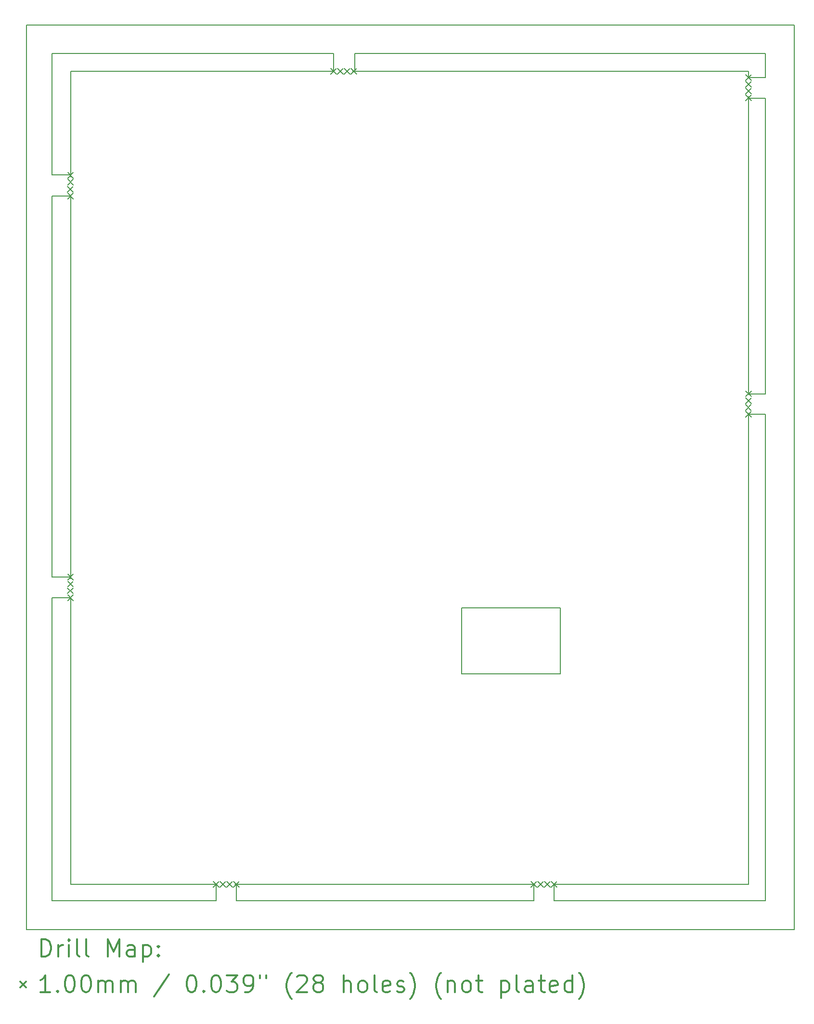
<source format=gbr>
%FSLAX45Y45*%
G04 Gerber Fmt 4.5, Leading zero omitted, Abs format (unit mm)*
G04 Created by KiCad (PCBNEW 4.0.7) date Tue Jun  4 16:27:19 2019*
%MOMM*%
%LPD*%
G01*
G04 APERTURE LIST*
%ADD10C,0.127000*%
%ADD11C,0.200000*%
%ADD12C,0.300000*%
G04 APERTURE END LIST*
D10*
D11*
X15902628Y-3784968D02*
X15902628Y-8988158D01*
X8302378Y-2998398D02*
X8302378Y-3008398D01*
X3352378Y-2998398D02*
X8302378Y-2998398D01*
X3352378Y-5138398D02*
X3352378Y-2998398D01*
X3352378Y-12208398D02*
X3352378Y-5508398D01*
X3352378Y-17898398D02*
X3352378Y-12568398D01*
X6232378Y-17898398D02*
X3352378Y-17898398D01*
X11822378Y-17898398D02*
X6592378Y-17898398D01*
X15902378Y-17898398D02*
X12182378Y-17898398D01*
X15902378Y-9348398D02*
X15902378Y-17898398D01*
X15902378Y-8988398D02*
X15602378Y-8988398D01*
X8672378Y-2998398D02*
X15902378Y-2998398D01*
X15602378Y-8998398D02*
X15602378Y-3753398D01*
X15602378Y-9323398D02*
X15597378Y-9323398D01*
X15602378Y-17608398D02*
X15602378Y-9323398D01*
X12172378Y-17608398D02*
X15602378Y-17608398D01*
X6582378Y-17608398D02*
X11842378Y-17608398D01*
X3677378Y-17608398D02*
X6252378Y-17608398D01*
X3677378Y-12558398D02*
X3677378Y-17608398D01*
X3677378Y-5493398D02*
X3677378Y-12228398D01*
X3677378Y-3313398D02*
X3677378Y-5168398D01*
X8312378Y-3313398D02*
X3677378Y-3313398D01*
X8642378Y-3313398D02*
X8642378Y-3308398D01*
X15602378Y-3313398D02*
X8642378Y-3313398D01*
X15602378Y-3428398D02*
X15602378Y-3313398D01*
X6582378Y-17608398D02*
X6572378Y-17608398D01*
X6592378Y-17898398D02*
X6592378Y-17608398D01*
X12182378Y-17898398D02*
X12182378Y-17608398D01*
X11827378Y-17898398D02*
X11827378Y-17608398D01*
X3682378Y-12568398D02*
X3352378Y-12568398D01*
X3672378Y-12228398D02*
X3672378Y-12218398D01*
X3357378Y-12208398D02*
X3677378Y-12208398D01*
X3352378Y-5508398D02*
X3672378Y-5508398D01*
X3352378Y-5138398D02*
X3682378Y-5138398D01*
X8302378Y-2998398D02*
X8302378Y-3318398D01*
X8672378Y-3308398D02*
X8672378Y-2998398D01*
X15902378Y-2998398D02*
X15902378Y-3423398D01*
X15602378Y-3423398D02*
X15902378Y-3423398D01*
X15602378Y-3785228D02*
X15902378Y-3785228D01*
X15602378Y-9343398D02*
X15902378Y-9343398D01*
X15802378Y-17898398D02*
X15902378Y-17898398D01*
X6237378Y-17598398D02*
X6237378Y-17898398D01*
X2902378Y-2498398D02*
X16402378Y-2498398D01*
X2902378Y-18398398D02*
X2902378Y-2498398D01*
X16402378Y-18398398D02*
X2902378Y-18398398D01*
X16402378Y-2498398D02*
X16402378Y-18398398D01*
X8642378Y-3308398D02*
X8642378Y-3318398D01*
X15902378Y-17898398D02*
X15902378Y-9428398D01*
X10554970Y-12748260D02*
X12293600Y-12748260D01*
X10555224Y-13904722D02*
X10555224Y-12748260D01*
X12293600Y-13904722D02*
X12293600Y-12748260D01*
X10554970Y-13904722D02*
X12293600Y-13904722D01*
D11*
X3625703Y-5337073D02*
X3725703Y-5437073D01*
X3725703Y-5337073D02*
X3625703Y-5437073D01*
X3625703Y-12397003D02*
X3725703Y-12497003D01*
X3725703Y-12397003D02*
X3625703Y-12497003D01*
X3627378Y-5093398D02*
X3727378Y-5193398D01*
X3727378Y-5093398D02*
X3627378Y-5193398D01*
X3627378Y-5213398D02*
X3727378Y-5313398D01*
X3727378Y-5213398D02*
X3627378Y-5313398D01*
X3627378Y-5458398D02*
X3727378Y-5558398D01*
X3727378Y-5458398D02*
X3627378Y-5558398D01*
X3627378Y-12158398D02*
X3727378Y-12258398D01*
X3727378Y-12158398D02*
X3627378Y-12258398D01*
X3627378Y-12278398D02*
X3727378Y-12378398D01*
X3727378Y-12278398D02*
X3627378Y-12378398D01*
X3627378Y-12518398D02*
X3727378Y-12618398D01*
X3727378Y-12518398D02*
X3627378Y-12618398D01*
X6187378Y-17558398D02*
X6287378Y-17658398D01*
X6287378Y-17558398D02*
X6187378Y-17658398D01*
X6307378Y-17558398D02*
X6407378Y-17658398D01*
X6407378Y-17558398D02*
X6307378Y-17658398D01*
X6426053Y-17559553D02*
X6526053Y-17659553D01*
X6526053Y-17559553D02*
X6426053Y-17659553D01*
X6542378Y-17558398D02*
X6642378Y-17658398D01*
X6642378Y-17558398D02*
X6542378Y-17658398D01*
X8252378Y-3263398D02*
X8352378Y-3363398D01*
X8352378Y-3263398D02*
X8252378Y-3363398D01*
X8371693Y-3261893D02*
X8471693Y-3361893D01*
X8471693Y-3261893D02*
X8371693Y-3361893D01*
X8492378Y-3263398D02*
X8592378Y-3363398D01*
X8592378Y-3263398D02*
X8492378Y-3363398D01*
X8612378Y-3263398D02*
X8712378Y-3363398D01*
X8712378Y-3263398D02*
X8612378Y-3363398D01*
X11777378Y-17558398D02*
X11877378Y-17658398D01*
X11877378Y-17558398D02*
X11777378Y-17658398D01*
X11897378Y-17558398D02*
X11997378Y-17658398D01*
X11997378Y-17558398D02*
X11897378Y-17658398D01*
X12015323Y-17559553D02*
X12115323Y-17659553D01*
X12115323Y-17559553D02*
X12015323Y-17659553D01*
X12132378Y-17558398D02*
X12232378Y-17658398D01*
X12232378Y-17558398D02*
X12132378Y-17658398D01*
X15547378Y-9173398D02*
X15647378Y-9273398D01*
X15647378Y-9173398D02*
X15547378Y-9273398D01*
X15549733Y-9054363D02*
X15649733Y-9154363D01*
X15649733Y-9054363D02*
X15549733Y-9154363D01*
X15552378Y-3493398D02*
X15652378Y-3593398D01*
X15652378Y-3493398D02*
X15552378Y-3593398D01*
X15552378Y-3613398D02*
X15652378Y-3713398D01*
X15652378Y-3613398D02*
X15552378Y-3713398D01*
X15552378Y-3733398D02*
X15652378Y-3833398D01*
X15652378Y-3733398D02*
X15552378Y-3833398D01*
X15552378Y-8933398D02*
X15652378Y-9033398D01*
X15652378Y-8933398D02*
X15552378Y-9033398D01*
X15552378Y-9293398D02*
X15652378Y-9393398D01*
X15652378Y-9293398D02*
X15552378Y-9393398D01*
X15553543Y-3373653D02*
X15653543Y-3473653D01*
X15653543Y-3373653D02*
X15553543Y-3473653D01*
D12*
X3163806Y-18874112D02*
X3163806Y-18574112D01*
X3235235Y-18574112D01*
X3278092Y-18588398D01*
X3306664Y-18616970D01*
X3320949Y-18645541D01*
X3335235Y-18702684D01*
X3335235Y-18745541D01*
X3320949Y-18802684D01*
X3306664Y-18831255D01*
X3278092Y-18859827D01*
X3235235Y-18874112D01*
X3163806Y-18874112D01*
X3463806Y-18874112D02*
X3463806Y-18674112D01*
X3463806Y-18731255D02*
X3478092Y-18702684D01*
X3492378Y-18688398D01*
X3520949Y-18674112D01*
X3549521Y-18674112D01*
X3649521Y-18874112D02*
X3649521Y-18674112D01*
X3649521Y-18574112D02*
X3635235Y-18588398D01*
X3649521Y-18602684D01*
X3663806Y-18588398D01*
X3649521Y-18574112D01*
X3649521Y-18602684D01*
X3835235Y-18874112D02*
X3806664Y-18859827D01*
X3792378Y-18831255D01*
X3792378Y-18574112D01*
X3992378Y-18874112D02*
X3963806Y-18859827D01*
X3949521Y-18831255D01*
X3949521Y-18574112D01*
X4335235Y-18874112D02*
X4335235Y-18574112D01*
X4435235Y-18788398D01*
X4535235Y-18574112D01*
X4535235Y-18874112D01*
X4806664Y-18874112D02*
X4806664Y-18716970D01*
X4792378Y-18688398D01*
X4763807Y-18674112D01*
X4706664Y-18674112D01*
X4678092Y-18688398D01*
X4806664Y-18859827D02*
X4778092Y-18874112D01*
X4706664Y-18874112D01*
X4678092Y-18859827D01*
X4663807Y-18831255D01*
X4663807Y-18802684D01*
X4678092Y-18774112D01*
X4706664Y-18759827D01*
X4778092Y-18759827D01*
X4806664Y-18745541D01*
X4949521Y-18674112D02*
X4949521Y-18974112D01*
X4949521Y-18688398D02*
X4978092Y-18674112D01*
X5035235Y-18674112D01*
X5063807Y-18688398D01*
X5078092Y-18702684D01*
X5092378Y-18731255D01*
X5092378Y-18816970D01*
X5078092Y-18845541D01*
X5063807Y-18859827D01*
X5035235Y-18874112D01*
X4978092Y-18874112D01*
X4949521Y-18859827D01*
X5220949Y-18845541D02*
X5235235Y-18859827D01*
X5220949Y-18874112D01*
X5206664Y-18859827D01*
X5220949Y-18845541D01*
X5220949Y-18874112D01*
X5220949Y-18688398D02*
X5235235Y-18702684D01*
X5220949Y-18716970D01*
X5206664Y-18702684D01*
X5220949Y-18688398D01*
X5220949Y-18716970D01*
X2792378Y-19318398D02*
X2892378Y-19418398D01*
X2892378Y-19318398D02*
X2792378Y-19418398D01*
X3320949Y-19504112D02*
X3149521Y-19504112D01*
X3235235Y-19504112D02*
X3235235Y-19204112D01*
X3206664Y-19246970D01*
X3178092Y-19275541D01*
X3149521Y-19289827D01*
X3449521Y-19475541D02*
X3463806Y-19489827D01*
X3449521Y-19504112D01*
X3435235Y-19489827D01*
X3449521Y-19475541D01*
X3449521Y-19504112D01*
X3649521Y-19204112D02*
X3678092Y-19204112D01*
X3706664Y-19218398D01*
X3720949Y-19232684D01*
X3735235Y-19261255D01*
X3749521Y-19318398D01*
X3749521Y-19389827D01*
X3735235Y-19446970D01*
X3720949Y-19475541D01*
X3706664Y-19489827D01*
X3678092Y-19504112D01*
X3649521Y-19504112D01*
X3620949Y-19489827D01*
X3606664Y-19475541D01*
X3592378Y-19446970D01*
X3578092Y-19389827D01*
X3578092Y-19318398D01*
X3592378Y-19261255D01*
X3606664Y-19232684D01*
X3620949Y-19218398D01*
X3649521Y-19204112D01*
X3935235Y-19204112D02*
X3963806Y-19204112D01*
X3992378Y-19218398D01*
X4006664Y-19232684D01*
X4020949Y-19261255D01*
X4035235Y-19318398D01*
X4035235Y-19389827D01*
X4020949Y-19446970D01*
X4006664Y-19475541D01*
X3992378Y-19489827D01*
X3963806Y-19504112D01*
X3935235Y-19504112D01*
X3906664Y-19489827D01*
X3892378Y-19475541D01*
X3878092Y-19446970D01*
X3863806Y-19389827D01*
X3863806Y-19318398D01*
X3878092Y-19261255D01*
X3892378Y-19232684D01*
X3906664Y-19218398D01*
X3935235Y-19204112D01*
X4163806Y-19504112D02*
X4163806Y-19304112D01*
X4163806Y-19332684D02*
X4178092Y-19318398D01*
X4206664Y-19304112D01*
X4249521Y-19304112D01*
X4278092Y-19318398D01*
X4292378Y-19346970D01*
X4292378Y-19504112D01*
X4292378Y-19346970D02*
X4306664Y-19318398D01*
X4335235Y-19304112D01*
X4378092Y-19304112D01*
X4406664Y-19318398D01*
X4420949Y-19346970D01*
X4420949Y-19504112D01*
X4563807Y-19504112D02*
X4563807Y-19304112D01*
X4563807Y-19332684D02*
X4578092Y-19318398D01*
X4606664Y-19304112D01*
X4649521Y-19304112D01*
X4678092Y-19318398D01*
X4692378Y-19346970D01*
X4692378Y-19504112D01*
X4692378Y-19346970D02*
X4706664Y-19318398D01*
X4735235Y-19304112D01*
X4778092Y-19304112D01*
X4806664Y-19318398D01*
X4820949Y-19346970D01*
X4820949Y-19504112D01*
X5406664Y-19189827D02*
X5149521Y-19575541D01*
X5792378Y-19204112D02*
X5820949Y-19204112D01*
X5849521Y-19218398D01*
X5863806Y-19232684D01*
X5878092Y-19261255D01*
X5892378Y-19318398D01*
X5892378Y-19389827D01*
X5878092Y-19446970D01*
X5863806Y-19475541D01*
X5849521Y-19489827D01*
X5820949Y-19504112D01*
X5792378Y-19504112D01*
X5763806Y-19489827D01*
X5749521Y-19475541D01*
X5735235Y-19446970D01*
X5720949Y-19389827D01*
X5720949Y-19318398D01*
X5735235Y-19261255D01*
X5749521Y-19232684D01*
X5763806Y-19218398D01*
X5792378Y-19204112D01*
X6020949Y-19475541D02*
X6035235Y-19489827D01*
X6020949Y-19504112D01*
X6006664Y-19489827D01*
X6020949Y-19475541D01*
X6020949Y-19504112D01*
X6220949Y-19204112D02*
X6249521Y-19204112D01*
X6278092Y-19218398D01*
X6292378Y-19232684D01*
X6306663Y-19261255D01*
X6320949Y-19318398D01*
X6320949Y-19389827D01*
X6306663Y-19446970D01*
X6292378Y-19475541D01*
X6278092Y-19489827D01*
X6249521Y-19504112D01*
X6220949Y-19504112D01*
X6192378Y-19489827D01*
X6178092Y-19475541D01*
X6163806Y-19446970D01*
X6149521Y-19389827D01*
X6149521Y-19318398D01*
X6163806Y-19261255D01*
X6178092Y-19232684D01*
X6192378Y-19218398D01*
X6220949Y-19204112D01*
X6420949Y-19204112D02*
X6606663Y-19204112D01*
X6506663Y-19318398D01*
X6549521Y-19318398D01*
X6578092Y-19332684D01*
X6592378Y-19346970D01*
X6606663Y-19375541D01*
X6606663Y-19446970D01*
X6592378Y-19475541D01*
X6578092Y-19489827D01*
X6549521Y-19504112D01*
X6463806Y-19504112D01*
X6435235Y-19489827D01*
X6420949Y-19475541D01*
X6749521Y-19504112D02*
X6806663Y-19504112D01*
X6835235Y-19489827D01*
X6849521Y-19475541D01*
X6878092Y-19432684D01*
X6892378Y-19375541D01*
X6892378Y-19261255D01*
X6878092Y-19232684D01*
X6863806Y-19218398D01*
X6835235Y-19204112D01*
X6778092Y-19204112D01*
X6749521Y-19218398D01*
X6735235Y-19232684D01*
X6720949Y-19261255D01*
X6720949Y-19332684D01*
X6735235Y-19361255D01*
X6749521Y-19375541D01*
X6778092Y-19389827D01*
X6835235Y-19389827D01*
X6863806Y-19375541D01*
X6878092Y-19361255D01*
X6892378Y-19332684D01*
X7006664Y-19204112D02*
X7006664Y-19261255D01*
X7120949Y-19204112D02*
X7120949Y-19261255D01*
X7563806Y-19618398D02*
X7549521Y-19604112D01*
X7520949Y-19561255D01*
X7506663Y-19532684D01*
X7492378Y-19489827D01*
X7478092Y-19418398D01*
X7478092Y-19361255D01*
X7492378Y-19289827D01*
X7506663Y-19246970D01*
X7520949Y-19218398D01*
X7549521Y-19175541D01*
X7563806Y-19161255D01*
X7663806Y-19232684D02*
X7678092Y-19218398D01*
X7706663Y-19204112D01*
X7778092Y-19204112D01*
X7806663Y-19218398D01*
X7820949Y-19232684D01*
X7835235Y-19261255D01*
X7835235Y-19289827D01*
X7820949Y-19332684D01*
X7649521Y-19504112D01*
X7835235Y-19504112D01*
X8006663Y-19332684D02*
X7978092Y-19318398D01*
X7963806Y-19304112D01*
X7949521Y-19275541D01*
X7949521Y-19261255D01*
X7963806Y-19232684D01*
X7978092Y-19218398D01*
X8006663Y-19204112D01*
X8063806Y-19204112D01*
X8092378Y-19218398D01*
X8106663Y-19232684D01*
X8120949Y-19261255D01*
X8120949Y-19275541D01*
X8106663Y-19304112D01*
X8092378Y-19318398D01*
X8063806Y-19332684D01*
X8006663Y-19332684D01*
X7978092Y-19346970D01*
X7963806Y-19361255D01*
X7949521Y-19389827D01*
X7949521Y-19446970D01*
X7963806Y-19475541D01*
X7978092Y-19489827D01*
X8006663Y-19504112D01*
X8063806Y-19504112D01*
X8092378Y-19489827D01*
X8106663Y-19475541D01*
X8120949Y-19446970D01*
X8120949Y-19389827D01*
X8106663Y-19361255D01*
X8092378Y-19346970D01*
X8063806Y-19332684D01*
X8478092Y-19504112D02*
X8478092Y-19204112D01*
X8606664Y-19504112D02*
X8606664Y-19346970D01*
X8592378Y-19318398D01*
X8563806Y-19304112D01*
X8520949Y-19304112D01*
X8492378Y-19318398D01*
X8478092Y-19332684D01*
X8792378Y-19504112D02*
X8763806Y-19489827D01*
X8749521Y-19475541D01*
X8735235Y-19446970D01*
X8735235Y-19361255D01*
X8749521Y-19332684D01*
X8763806Y-19318398D01*
X8792378Y-19304112D01*
X8835235Y-19304112D01*
X8863806Y-19318398D01*
X8878092Y-19332684D01*
X8892378Y-19361255D01*
X8892378Y-19446970D01*
X8878092Y-19475541D01*
X8863806Y-19489827D01*
X8835235Y-19504112D01*
X8792378Y-19504112D01*
X9063806Y-19504112D02*
X9035235Y-19489827D01*
X9020949Y-19461255D01*
X9020949Y-19204112D01*
X9292378Y-19489827D02*
X9263807Y-19504112D01*
X9206664Y-19504112D01*
X9178092Y-19489827D01*
X9163807Y-19461255D01*
X9163807Y-19346970D01*
X9178092Y-19318398D01*
X9206664Y-19304112D01*
X9263807Y-19304112D01*
X9292378Y-19318398D01*
X9306664Y-19346970D01*
X9306664Y-19375541D01*
X9163807Y-19404112D01*
X9420949Y-19489827D02*
X9449521Y-19504112D01*
X9506664Y-19504112D01*
X9535235Y-19489827D01*
X9549521Y-19461255D01*
X9549521Y-19446970D01*
X9535235Y-19418398D01*
X9506664Y-19404112D01*
X9463807Y-19404112D01*
X9435235Y-19389827D01*
X9420949Y-19361255D01*
X9420949Y-19346970D01*
X9435235Y-19318398D01*
X9463807Y-19304112D01*
X9506664Y-19304112D01*
X9535235Y-19318398D01*
X9649521Y-19618398D02*
X9663807Y-19604112D01*
X9692378Y-19561255D01*
X9706664Y-19532684D01*
X9720949Y-19489827D01*
X9735235Y-19418398D01*
X9735235Y-19361255D01*
X9720949Y-19289827D01*
X9706664Y-19246970D01*
X9692378Y-19218398D01*
X9663807Y-19175541D01*
X9649521Y-19161255D01*
X10192378Y-19618398D02*
X10178092Y-19604112D01*
X10149521Y-19561255D01*
X10135235Y-19532684D01*
X10120949Y-19489827D01*
X10106664Y-19418398D01*
X10106664Y-19361255D01*
X10120949Y-19289827D01*
X10135235Y-19246970D01*
X10149521Y-19218398D01*
X10178092Y-19175541D01*
X10192378Y-19161255D01*
X10306664Y-19304112D02*
X10306664Y-19504112D01*
X10306664Y-19332684D02*
X10320949Y-19318398D01*
X10349521Y-19304112D01*
X10392378Y-19304112D01*
X10420949Y-19318398D01*
X10435235Y-19346970D01*
X10435235Y-19504112D01*
X10620949Y-19504112D02*
X10592378Y-19489827D01*
X10578092Y-19475541D01*
X10563807Y-19446970D01*
X10563807Y-19361255D01*
X10578092Y-19332684D01*
X10592378Y-19318398D01*
X10620949Y-19304112D01*
X10663807Y-19304112D01*
X10692378Y-19318398D01*
X10706664Y-19332684D01*
X10720949Y-19361255D01*
X10720949Y-19446970D01*
X10706664Y-19475541D01*
X10692378Y-19489827D01*
X10663807Y-19504112D01*
X10620949Y-19504112D01*
X10806664Y-19304112D02*
X10920949Y-19304112D01*
X10849521Y-19204112D02*
X10849521Y-19461255D01*
X10863807Y-19489827D01*
X10892378Y-19504112D01*
X10920949Y-19504112D01*
X11249521Y-19304112D02*
X11249521Y-19604112D01*
X11249521Y-19318398D02*
X11278092Y-19304112D01*
X11335235Y-19304112D01*
X11363806Y-19318398D01*
X11378092Y-19332684D01*
X11392378Y-19361255D01*
X11392378Y-19446970D01*
X11378092Y-19475541D01*
X11363806Y-19489827D01*
X11335235Y-19504112D01*
X11278092Y-19504112D01*
X11249521Y-19489827D01*
X11563806Y-19504112D02*
X11535235Y-19489827D01*
X11520949Y-19461255D01*
X11520949Y-19204112D01*
X11806664Y-19504112D02*
X11806664Y-19346970D01*
X11792378Y-19318398D01*
X11763807Y-19304112D01*
X11706664Y-19304112D01*
X11678092Y-19318398D01*
X11806664Y-19489827D02*
X11778092Y-19504112D01*
X11706664Y-19504112D01*
X11678092Y-19489827D01*
X11663807Y-19461255D01*
X11663807Y-19432684D01*
X11678092Y-19404112D01*
X11706664Y-19389827D01*
X11778092Y-19389827D01*
X11806664Y-19375541D01*
X11906664Y-19304112D02*
X12020949Y-19304112D01*
X11949521Y-19204112D02*
X11949521Y-19461255D01*
X11963807Y-19489827D01*
X11992378Y-19504112D01*
X12020949Y-19504112D01*
X12235235Y-19489827D02*
X12206664Y-19504112D01*
X12149521Y-19504112D01*
X12120949Y-19489827D01*
X12106664Y-19461255D01*
X12106664Y-19346970D01*
X12120949Y-19318398D01*
X12149521Y-19304112D01*
X12206664Y-19304112D01*
X12235235Y-19318398D01*
X12249521Y-19346970D01*
X12249521Y-19375541D01*
X12106664Y-19404112D01*
X12506664Y-19504112D02*
X12506664Y-19204112D01*
X12506664Y-19489827D02*
X12478092Y-19504112D01*
X12420949Y-19504112D01*
X12392378Y-19489827D01*
X12378092Y-19475541D01*
X12363807Y-19446970D01*
X12363807Y-19361255D01*
X12378092Y-19332684D01*
X12392378Y-19318398D01*
X12420949Y-19304112D01*
X12478092Y-19304112D01*
X12506664Y-19318398D01*
X12620949Y-19618398D02*
X12635235Y-19604112D01*
X12663807Y-19561255D01*
X12678092Y-19532684D01*
X12692378Y-19489827D01*
X12706664Y-19418398D01*
X12706664Y-19361255D01*
X12692378Y-19289827D01*
X12678092Y-19246970D01*
X12663807Y-19218398D01*
X12635235Y-19175541D01*
X12620949Y-19161255D01*
M02*

</source>
